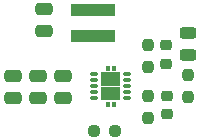
<source format=gbr>
%TF.GenerationSoftware,KiCad,Pcbnew,7.0.10*%
%TF.CreationDate,2024-08-19T14:49:08+08:00*%
%TF.ProjectId,TPS61230_Booster_5V_Layout-240812_JLCPCB,54505336-3132-4333-905f-426f6f737465,rev?*%
%TF.SameCoordinates,Original*%
%TF.FileFunction,Paste,Top*%
%TF.FilePolarity,Positive*%
%FSLAX46Y46*%
G04 Gerber Fmt 4.6, Leading zero omitted, Abs format (unit mm)*
G04 Created by KiCad (PCBNEW 7.0.10) date 2024-08-19 14:49:08*
%MOMM*%
%LPD*%
G01*
G04 APERTURE LIST*
G04 Aperture macros list*
%AMRoundRect*
0 Rectangle with rounded corners*
0 $1 Rounding radius*
0 $2 $3 $4 $5 $6 $7 $8 $9 X,Y pos of 4 corners*
0 Add a 4 corners polygon primitive as box body*
4,1,4,$2,$3,$4,$5,$6,$7,$8,$9,$2,$3,0*
0 Add four circle primitives for the rounded corners*
1,1,$1+$1,$2,$3*
1,1,$1+$1,$4,$5*
1,1,$1+$1,$6,$7*
1,1,$1+$1,$8,$9*
0 Add four rect primitives between the rounded corners*
20,1,$1+$1,$2,$3,$4,$5,0*
20,1,$1+$1,$4,$5,$6,$7,0*
20,1,$1+$1,$6,$7,$8,$9,0*
20,1,$1+$1,$8,$9,$2,$3,0*%
G04 Aperture macros list end*
%ADD10C,0.010000*%
%ADD11RoundRect,0.237500X0.250000X0.237500X-0.250000X0.237500X-0.250000X-0.237500X0.250000X-0.237500X0*%
%ADD12RoundRect,0.030000X-0.270000X-0.090000X0.270000X-0.090000X0.270000X0.090000X-0.270000X0.090000X0*%
%ADD13RoundRect,0.225000X0.250000X-0.225000X0.250000X0.225000X-0.250000X0.225000X-0.250000X-0.225000X0*%
%ADD14RoundRect,0.243750X-0.456250X0.243750X-0.456250X-0.243750X0.456250X-0.243750X0.456250X0.243750X0*%
%ADD15RoundRect,0.237500X0.237500X-0.250000X0.237500X0.250000X-0.237500X0.250000X-0.237500X-0.250000X0*%
%ADD16RoundRect,0.250000X0.475000X-0.250000X0.475000X0.250000X-0.475000X0.250000X-0.475000X-0.250000X0*%
%ADD17R,3.708400X1.092200*%
%ADD18RoundRect,0.250000X-0.475000X0.250000X-0.475000X-0.250000X0.475000X-0.250000X0.475000X0.250000X0*%
G04 APERTURE END LIST*
%TO.C,U1*%
D10*
X140069000Y-67565600D02*
X138569000Y-67565600D01*
X138569000Y-66505600D01*
X140069000Y-66505600D01*
X140069000Y-67565600D01*
G36*
X140069000Y-67565600D02*
G01*
X138569000Y-67565600D01*
X138569000Y-66505600D01*
X140069000Y-66505600D01*
X140069000Y-67565600D01*
G37*
X140069000Y-68825600D02*
X138569000Y-68825600D01*
X138569000Y-67765600D01*
X140069000Y-67765600D01*
X140069000Y-68825600D01*
G36*
X140069000Y-68825600D02*
G01*
X138569000Y-68825600D01*
X138569000Y-67765600D01*
X140069000Y-67765600D01*
X140069000Y-68825600D01*
G37*
X139194000Y-66305600D02*
X138944000Y-66305600D01*
X138944000Y-65965600D01*
X139194000Y-65965600D01*
X139194000Y-66305600D01*
G36*
X139194000Y-66305600D02*
G01*
X138944000Y-66305600D01*
X138944000Y-65965600D01*
X139194000Y-65965600D01*
X139194000Y-66305600D01*
G37*
X139194000Y-69365600D02*
X138944000Y-69365600D01*
X138944000Y-69025600D01*
X139194000Y-69025600D01*
X139194000Y-69365600D01*
G36*
X139194000Y-69365600D02*
G01*
X138944000Y-69365600D01*
X138944000Y-69025600D01*
X139194000Y-69025600D01*
X139194000Y-69365600D01*
G37*
X139694000Y-66305600D02*
X139444000Y-66305600D01*
X139444000Y-65965600D01*
X139694000Y-65965600D01*
X139694000Y-66305600D01*
G36*
X139694000Y-66305600D02*
G01*
X139444000Y-66305600D01*
X139444000Y-65965600D01*
X139694000Y-65965600D01*
X139694000Y-66305600D01*
G37*
X139694000Y-69365600D02*
X139444000Y-69365600D01*
X139444000Y-69025600D01*
X139694000Y-69025600D01*
X139694000Y-69365600D01*
G36*
X139694000Y-69365600D02*
G01*
X139444000Y-69365600D01*
X139444000Y-69025600D01*
X139694000Y-69025600D01*
X139694000Y-69365600D01*
G37*
%TD*%
D11*
%TO.C,R3*%
X139744000Y-71501000D03*
X137919000Y-71501000D03*
%TD*%
D12*
%TO.C,U1*%
X137919000Y-66665600D03*
X137919000Y-67165600D03*
X137919000Y-67665600D03*
X137919000Y-68165600D03*
X137919000Y-68665600D03*
X140719000Y-68665600D03*
X140719000Y-68165600D03*
X140719000Y-67665600D03*
X140719000Y-67165600D03*
X140719000Y-66665600D03*
%TD*%
D13*
%TO.C,C2*%
X144018000Y-65799000D03*
X144018000Y-64249000D03*
%TD*%
D14*
%TO.C,D1*%
X145923000Y-63197500D03*
X145923000Y-65072500D03*
%TD*%
D15*
%TO.C,R2*%
X142494000Y-70357050D03*
X142494000Y-68532050D03*
%TD*%
D16*
%TO.C,C5*%
X135337600Y-68702000D03*
X135337600Y-66802000D03*
%TD*%
%TO.C,C4*%
X133223000Y-68702000D03*
X133223000Y-66802000D03*
%TD*%
D17*
%TO.C,L1*%
X137871200Y-61226700D03*
X137871200Y-63487300D03*
%TD*%
D15*
%TO.C,R1*%
X142494000Y-66063500D03*
X142494000Y-64238500D03*
%TD*%
D18*
%TO.C,C1*%
X133731000Y-61153000D03*
X133731000Y-63053000D03*
%TD*%
D13*
%TO.C,C6*%
X144145000Y-70082050D03*
X144145000Y-68532050D03*
%TD*%
D15*
%TO.C,R4*%
X145923000Y-68603500D03*
X145923000Y-66778500D03*
%TD*%
D16*
%TO.C,C3*%
X131108400Y-68702000D03*
X131108400Y-66802000D03*
%TD*%
M02*

</source>
